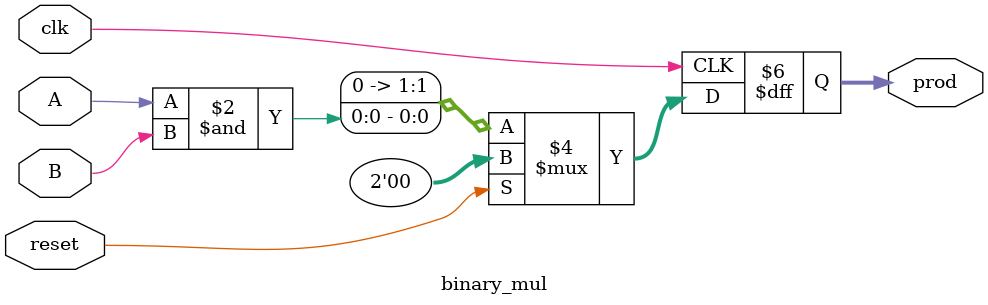
<source format=v>
`timescale 1ns / 1ps


module binary_mul(
    input clk,
    input reset,
    
    input A,
    input B,
    
    output reg [1:0] prod
);

    always @(posedge clk) begin
        if ( reset ) begin
            prod <= 0;
        end else begin
            prod <= {1'h0, A&B};
        end
    end

endmodule

</source>
